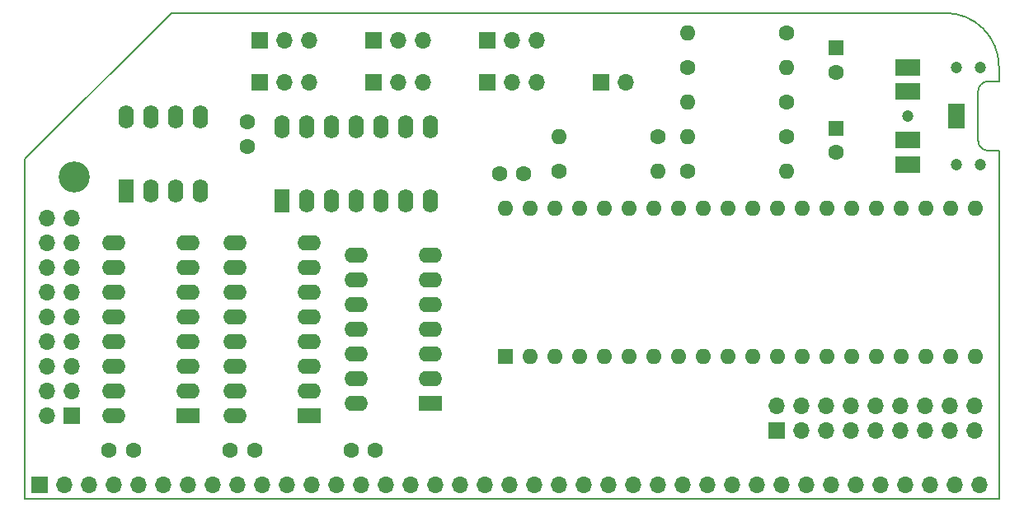
<source format=gbr>
G04 #@! TF.GenerationSoftware,KiCad,Pcbnew,(6.0.10)*
G04 #@! TF.CreationDate,2023-01-09T23:29:43+00:00*
G04 #@! TF.ProjectId,rc2014-ym2149,72633230-3134-42d7-996d-323134392e6b,6.2-pre*
G04 #@! TF.SameCoordinates,Original*
G04 #@! TF.FileFunction,Soldermask,Bot*
G04 #@! TF.FilePolarity,Negative*
%FSLAX46Y46*%
G04 Gerber Fmt 4.6, Leading zero omitted, Abs format (unit mm)*
G04 Created by KiCad (PCBNEW (6.0.10)) date 2023-01-09 23:29:43*
%MOMM*%
%LPD*%
G01*
G04 APERTURE LIST*
G04 #@! TA.AperFunction,Profile*
%ADD10C,0.150000*%
G04 #@! TD*
%ADD11C,1.600000*%
%ADD12R,1.600000X1.600000*%
%ADD13R,1.700000X1.700000*%
%ADD14O,1.700000X1.700000*%
%ADD15R,2.400000X1.600000*%
%ADD16O,2.400000X1.600000*%
%ADD17R,1.600000X2.400000*%
%ADD18O,1.600000X2.400000*%
%ADD19O,1.600000X1.600000*%
%ADD20C,1.200000*%
%ADD21R,2.500000X1.800000*%
%ADD22R,1.800000X2.500000*%
%ADD23C,3.200000*%
G04 APERTURE END LIST*
D10*
X155000000Y-114500000D02*
X75500000Y-114500000D01*
X158369000Y-122555000D02*
X158369000Y-127635000D01*
X160500000Y-121539000D02*
X160500000Y-120000000D01*
X160500000Y-121539000D02*
X159385000Y-121539000D01*
X160500000Y-164500000D02*
X160500000Y-128651000D01*
X60500000Y-129500000D02*
X60500000Y-164500000D01*
X160500000Y-120000000D02*
G75*
G03*
X155000000Y-114500000I-5500000J0D01*
G01*
X158369000Y-127635000D02*
G75*
G03*
X159385000Y-128651000I1016000J0D01*
G01*
X60500000Y-129500000D02*
X75500000Y-114500000D01*
X159385000Y-121539000D02*
G75*
G03*
X158369000Y-122555000I0J-1016000D01*
G01*
X160500000Y-128651000D02*
X159385000Y-128651000D01*
X60500000Y-164500000D02*
X160500000Y-164500000D01*
D11*
X93980000Y-159512000D03*
X96480000Y-159512000D03*
X81574000Y-159512000D03*
X84074000Y-159512000D03*
X83312000Y-125730000D03*
X83312000Y-128230000D03*
X71628000Y-159512000D03*
X69128000Y-159512000D03*
X109220000Y-131064000D03*
X111720000Y-131064000D03*
D12*
X143764000Y-118110000D03*
D11*
X143764000Y-120610000D03*
D12*
X143764000Y-126365000D03*
D11*
X143764000Y-128865000D03*
D13*
X137668000Y-157480000D03*
D14*
X137668000Y-154940000D03*
X140208000Y-157480000D03*
X140208000Y-154940000D03*
X142748000Y-157480000D03*
X142748000Y-154940000D03*
X145288000Y-157480000D03*
X145288000Y-154940000D03*
X147828000Y-157480000D03*
X147828000Y-154940000D03*
X150368000Y-157480000D03*
X150368000Y-154940000D03*
X152908000Y-157480000D03*
X152908000Y-154940000D03*
X155448000Y-157480000D03*
X155448000Y-154940000D03*
X157988000Y-157480000D03*
X157988000Y-154940000D03*
D13*
X107950000Y-121666000D03*
D14*
X110490000Y-121666000D03*
X113030000Y-121666000D03*
D13*
X107950000Y-117348000D03*
D14*
X110490000Y-117348000D03*
X113030000Y-117348000D03*
D13*
X96266000Y-121666000D03*
D14*
X98806000Y-121666000D03*
X101346000Y-121666000D03*
D13*
X96266000Y-117348000D03*
D14*
X98806000Y-117348000D03*
X101346000Y-117348000D03*
D13*
X84582000Y-121666000D03*
D14*
X87122000Y-121666000D03*
X89662000Y-121666000D03*
D15*
X77216000Y-155956000D03*
D16*
X77216000Y-153416000D03*
X77216000Y-150876000D03*
X77216000Y-148336000D03*
X77216000Y-145796000D03*
X77216000Y-143256000D03*
X77216000Y-140716000D03*
X77216000Y-138176000D03*
X69596000Y-138176000D03*
X69596000Y-140716000D03*
X69596000Y-143256000D03*
X69596000Y-145796000D03*
X69596000Y-148336000D03*
X69596000Y-150876000D03*
X69596000Y-153416000D03*
X69596000Y-155956000D03*
D15*
X89662000Y-155956000D03*
D16*
X89662000Y-153416000D03*
X89662000Y-150876000D03*
X89662000Y-148336000D03*
X89662000Y-145796000D03*
X89662000Y-143256000D03*
X89662000Y-140716000D03*
X89662000Y-138176000D03*
X82042000Y-138176000D03*
X82042000Y-140716000D03*
X82042000Y-143256000D03*
X82042000Y-145796000D03*
X82042000Y-148336000D03*
X82042000Y-150876000D03*
X82042000Y-153416000D03*
X82042000Y-155956000D03*
D15*
X102108000Y-154686000D03*
D16*
X102108000Y-152146000D03*
X102108000Y-149606000D03*
X102108000Y-147066000D03*
X102108000Y-144526000D03*
X102108000Y-141986000D03*
X102108000Y-139446000D03*
X94488000Y-139446000D03*
X94488000Y-141986000D03*
X94488000Y-144526000D03*
X94488000Y-147066000D03*
X94488000Y-149606000D03*
X94488000Y-152146000D03*
X94488000Y-154686000D03*
D17*
X86868000Y-133858000D03*
D18*
X89408000Y-133858000D03*
X91948000Y-133858000D03*
X94488000Y-133858000D03*
X97028000Y-133858000D03*
X99568000Y-133858000D03*
X102108000Y-133858000D03*
X102108000Y-126238000D03*
X99568000Y-126238000D03*
X97028000Y-126238000D03*
X94488000Y-126238000D03*
X91948000Y-126238000D03*
X89408000Y-126238000D03*
X86868000Y-126238000D03*
D12*
X109855000Y-149860000D03*
D19*
X112395000Y-149860000D03*
X114935000Y-149860000D03*
X117475000Y-149860000D03*
X120015000Y-149860000D03*
X122555000Y-149860000D03*
X125095000Y-149860000D03*
X127635000Y-149860000D03*
X130175000Y-149860000D03*
X132715000Y-149860000D03*
X135255000Y-149860000D03*
X137795000Y-149860000D03*
X140335000Y-149860000D03*
X142875000Y-149860000D03*
X145415000Y-149860000D03*
X147955000Y-149860000D03*
X150495000Y-149860000D03*
X153035000Y-149860000D03*
X155575000Y-149860000D03*
X158115000Y-149860000D03*
X158115000Y-134620000D03*
X155575000Y-134620000D03*
X153035000Y-134620000D03*
X150495000Y-134620000D03*
X147955000Y-134620000D03*
X145415000Y-134620000D03*
X142875000Y-134620000D03*
X140335000Y-134620000D03*
X137795000Y-134620000D03*
X135255000Y-134620000D03*
X132715000Y-134620000D03*
X130175000Y-134620000D03*
X127635000Y-134620000D03*
X125095000Y-134620000D03*
X122555000Y-134620000D03*
X120015000Y-134620000D03*
X117475000Y-134620000D03*
X114935000Y-134620000D03*
X112395000Y-134620000D03*
X109855000Y-134620000D03*
D11*
X138684000Y-116586000D03*
D19*
X128524000Y-116586000D03*
D11*
X128524000Y-120142000D03*
D19*
X138684000Y-120142000D03*
D11*
X128524000Y-130810000D03*
D19*
X138684000Y-130810000D03*
D11*
X138684000Y-127254000D03*
D19*
X128524000Y-127254000D03*
D11*
X138684000Y-123698000D03*
D19*
X128524000Y-123698000D03*
D11*
X115316000Y-130810000D03*
D19*
X125476000Y-130810000D03*
D11*
X125476000Y-127254000D03*
D19*
X115316000Y-127254000D03*
D20*
X156130000Y-120095000D03*
X158630000Y-130095000D03*
X156130000Y-130095000D03*
X158630000Y-120095000D03*
X151130000Y-125095000D03*
D21*
X151130000Y-130095000D03*
X151130000Y-127595000D03*
D22*
X156130000Y-125095000D03*
D21*
X151130000Y-120095000D03*
X151130000Y-122595000D03*
D13*
X84582000Y-117348000D03*
D14*
X87122000Y-117348000D03*
X89662000Y-117348000D03*
D13*
X65278000Y-155956000D03*
D14*
X62738000Y-155956000D03*
X65278000Y-153416000D03*
X62738000Y-153416000D03*
X65278000Y-150876000D03*
X62738000Y-150876000D03*
X65278000Y-148336000D03*
X62738000Y-148336000D03*
X65278000Y-145796000D03*
X62738000Y-145796000D03*
X65278000Y-143256000D03*
X62738000Y-143256000D03*
X65278000Y-140716000D03*
X62738000Y-140716000D03*
X65278000Y-138176000D03*
X62738000Y-138176000D03*
X65278000Y-135636000D03*
X62738000Y-135636000D03*
D13*
X119634000Y-121666000D03*
D14*
X122174000Y-121666000D03*
D17*
X70866000Y-132842000D03*
D18*
X73406000Y-132842000D03*
X75946000Y-132842000D03*
X78486000Y-132842000D03*
X78486000Y-125222000D03*
X75946000Y-125222000D03*
X73406000Y-125222000D03*
X70866000Y-125222000D03*
D23*
X65532000Y-131382000D03*
D13*
X62000000Y-163000000D03*
D14*
X64540000Y-163000000D03*
X67080000Y-163000000D03*
X69620000Y-163000000D03*
X72160000Y-163000000D03*
X74700000Y-163000000D03*
X77240000Y-163000000D03*
X79780000Y-163000000D03*
X82320000Y-163000000D03*
X84860000Y-163000000D03*
X87400000Y-163000000D03*
X89940000Y-163000000D03*
X92480000Y-163000000D03*
X95020000Y-163000000D03*
X97560000Y-163000000D03*
X100100000Y-163000000D03*
X102640000Y-163000000D03*
X105180000Y-163000000D03*
X107720000Y-163000000D03*
X110260000Y-163000000D03*
X112800000Y-163000000D03*
X115340000Y-163000000D03*
X117880000Y-163000000D03*
X120420000Y-163000000D03*
X122960000Y-163000000D03*
X125500000Y-163000000D03*
X128040000Y-163000000D03*
X130580000Y-163000000D03*
X133120000Y-163000000D03*
X135660000Y-163000000D03*
X138200000Y-163000000D03*
X140740000Y-163000000D03*
X143280000Y-163000000D03*
X145820000Y-163000000D03*
X148360000Y-163000000D03*
X150900000Y-163000000D03*
X153440000Y-163000000D03*
X155980000Y-163000000D03*
X158520000Y-163000000D03*
M02*

</source>
